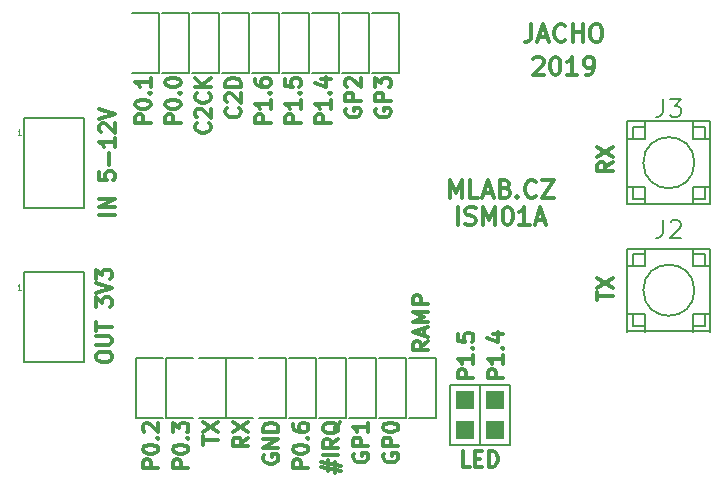
<source format=gbr>
%TF.GenerationSoftware,KiCad,Pcbnew,6.0.4-6f826c9f35~116~ubuntu20.04.1*%
%TF.CreationDate,2023-02-13T09:55:55+00:00*%
%TF.ProjectId,ISM01A,49534d30-3141-42e6-9b69-6361645f7063,REV*%
%TF.SameCoordinates,Original*%
%TF.FileFunction,Legend,Top*%
%TF.FilePolarity,Positive*%
%FSLAX46Y46*%
G04 Gerber Fmt 4.6, Leading zero omitted, Abs format (unit mm)*
G04 Created by KiCad (PCBNEW 6.0.4-6f826c9f35~116~ubuntu20.04.1) date 2023-02-13 09:55:55*
%MOMM*%
%LPD*%
G01*
G04 APERTURE LIST*
%ADD10C,0.300000*%
%ADD11C,0.050000*%
%ADD12C,0.150000*%
%ADD13R,1.524000X1.524000*%
G04 APERTURE END LIST*
D10*
X16974285Y30009285D02*
X17036190Y29947380D01*
X17098095Y29761666D01*
X17098095Y29637857D01*
X17036190Y29452142D01*
X16912380Y29328333D01*
X16788571Y29266428D01*
X16540952Y29204523D01*
X16355238Y29204523D01*
X16107619Y29266428D01*
X15983809Y29328333D01*
X15860000Y29452142D01*
X15798095Y29637857D01*
X15798095Y29761666D01*
X15860000Y29947380D01*
X15921904Y30009285D01*
X15921904Y30504523D02*
X15860000Y30566428D01*
X15798095Y30690238D01*
X15798095Y30999761D01*
X15860000Y31123571D01*
X15921904Y31185476D01*
X16045714Y31247380D01*
X16169523Y31247380D01*
X16355238Y31185476D01*
X17098095Y30442619D01*
X17098095Y31247380D01*
X16974285Y32547380D02*
X17036190Y32485476D01*
X17098095Y32299761D01*
X17098095Y32175952D01*
X17036190Y31990238D01*
X16912380Y31866428D01*
X16788571Y31804523D01*
X16540952Y31742619D01*
X16355238Y31742619D01*
X16107619Y31804523D01*
X15983809Y31866428D01*
X15860000Y31990238D01*
X15798095Y32175952D01*
X15798095Y32299761D01*
X15860000Y32485476D01*
X15921904Y32547380D01*
X17098095Y33104523D02*
X15798095Y33104523D01*
X17098095Y33847380D02*
X16355238Y33290238D01*
X15798095Y33847380D02*
X16540952Y33104523D01*
X14558095Y30009285D02*
X13258095Y30009285D01*
X13258095Y30504523D01*
X13320000Y30628333D01*
X13381904Y30690238D01*
X13505714Y30752142D01*
X13691428Y30752142D01*
X13815238Y30690238D01*
X13877142Y30628333D01*
X13939047Y30504523D01*
X13939047Y30009285D01*
X13258095Y31556904D02*
X13258095Y31680714D01*
X13320000Y31804523D01*
X13381904Y31866428D01*
X13505714Y31928333D01*
X13753333Y31990238D01*
X14062857Y31990238D01*
X14310476Y31928333D01*
X14434285Y31866428D01*
X14496190Y31804523D01*
X14558095Y31680714D01*
X14558095Y31556904D01*
X14496190Y31433095D01*
X14434285Y31371190D01*
X14310476Y31309285D01*
X14062857Y31247380D01*
X13753333Y31247380D01*
X13505714Y31309285D01*
X13381904Y31371190D01*
X13320000Y31433095D01*
X13258095Y31556904D01*
X14434285Y32547380D02*
X14496190Y32609285D01*
X14558095Y32547380D01*
X14496190Y32485476D01*
X14434285Y32547380D01*
X14558095Y32547380D01*
X13258095Y33414047D02*
X13258095Y33537857D01*
X13320000Y33661666D01*
X13381904Y33723571D01*
X13505714Y33785476D01*
X13753333Y33847380D01*
X14062857Y33847380D01*
X14310476Y33785476D01*
X14434285Y33723571D01*
X14496190Y33661666D01*
X14558095Y33537857D01*
X14558095Y33414047D01*
X14496190Y33290238D01*
X14434285Y33228333D01*
X14310476Y33166428D01*
X14062857Y33104523D01*
X13753333Y33104523D01*
X13505714Y33166428D01*
X13381904Y33228333D01*
X13320000Y33290238D01*
X13258095Y33414047D01*
X12018095Y30009285D02*
X10718095Y30009285D01*
X10718095Y30504523D01*
X10780000Y30628333D01*
X10841904Y30690238D01*
X10965714Y30752142D01*
X11151428Y30752142D01*
X11275238Y30690238D01*
X11337142Y30628333D01*
X11399047Y30504523D01*
X11399047Y30009285D01*
X10718095Y31556904D02*
X10718095Y31680714D01*
X10780000Y31804523D01*
X10841904Y31866428D01*
X10965714Y31928333D01*
X11213333Y31990238D01*
X11522857Y31990238D01*
X11770476Y31928333D01*
X11894285Y31866428D01*
X11956190Y31804523D01*
X12018095Y31680714D01*
X12018095Y31556904D01*
X11956190Y31433095D01*
X11894285Y31371190D01*
X11770476Y31309285D01*
X11522857Y31247380D01*
X11213333Y31247380D01*
X10965714Y31309285D01*
X10841904Y31371190D01*
X10780000Y31433095D01*
X10718095Y31556904D01*
X11894285Y32547380D02*
X11956190Y32609285D01*
X12018095Y32547380D01*
X11956190Y32485476D01*
X11894285Y32547380D01*
X12018095Y32547380D01*
X12018095Y33847380D02*
X12018095Y33104523D01*
X12018095Y33475952D02*
X10718095Y33475952D01*
X10903809Y33352142D01*
X11027619Y33228333D01*
X11089523Y33104523D01*
X22178095Y30009285D02*
X20878095Y30009285D01*
X20878095Y30504523D01*
X20940000Y30628333D01*
X21001904Y30690238D01*
X21125714Y30752142D01*
X21311428Y30752142D01*
X21435238Y30690238D01*
X21497142Y30628333D01*
X21559047Y30504523D01*
X21559047Y30009285D01*
X22178095Y31990238D02*
X22178095Y31247380D01*
X22178095Y31618809D02*
X20878095Y31618809D01*
X21063809Y31495000D01*
X21187619Y31371190D01*
X21249523Y31247380D01*
X22054285Y32547380D02*
X22116190Y32609285D01*
X22178095Y32547380D01*
X22116190Y32485476D01*
X22054285Y32547380D01*
X22178095Y32547380D01*
X20878095Y33723571D02*
X20878095Y33475952D01*
X20940000Y33352142D01*
X21001904Y33290238D01*
X21187619Y33166428D01*
X21435238Y33104523D01*
X21930476Y33104523D01*
X22054285Y33166428D01*
X22116190Y33228333D01*
X22178095Y33352142D01*
X22178095Y33599761D01*
X22116190Y33723571D01*
X22054285Y33785476D01*
X21930476Y33847380D01*
X21620952Y33847380D01*
X21497142Y33785476D01*
X21435238Y33723571D01*
X21373333Y33599761D01*
X21373333Y33352142D01*
X21435238Y33228333D01*
X21497142Y33166428D01*
X21620952Y33104523D01*
X24718095Y30009285D02*
X23418095Y30009285D01*
X23418095Y30504523D01*
X23480000Y30628333D01*
X23541904Y30690238D01*
X23665714Y30752142D01*
X23851428Y30752142D01*
X23975238Y30690238D01*
X24037142Y30628333D01*
X24099047Y30504523D01*
X24099047Y30009285D01*
X24718095Y31990238D02*
X24718095Y31247380D01*
X24718095Y31618809D02*
X23418095Y31618809D01*
X23603809Y31495000D01*
X23727619Y31371190D01*
X23789523Y31247380D01*
X24594285Y32547380D02*
X24656190Y32609285D01*
X24718095Y32547380D01*
X24656190Y32485476D01*
X24594285Y32547380D01*
X24718095Y32547380D01*
X23418095Y33785476D02*
X23418095Y33166428D01*
X24037142Y33104523D01*
X23975238Y33166428D01*
X23913333Y33290238D01*
X23913333Y33599761D01*
X23975238Y33723571D01*
X24037142Y33785476D01*
X24160952Y33847380D01*
X24470476Y33847380D01*
X24594285Y33785476D01*
X24656190Y33723571D01*
X24718095Y33599761D01*
X24718095Y33290238D01*
X24656190Y33166428D01*
X24594285Y33104523D01*
X27258095Y30009285D02*
X25958095Y30009285D01*
X25958095Y30504523D01*
X26020000Y30628333D01*
X26081904Y30690238D01*
X26205714Y30752142D01*
X26391428Y30752142D01*
X26515238Y30690238D01*
X26577142Y30628333D01*
X26639047Y30504523D01*
X26639047Y30009285D01*
X27258095Y31990238D02*
X27258095Y31247380D01*
X27258095Y31618809D02*
X25958095Y31618809D01*
X26143809Y31495000D01*
X26267619Y31371190D01*
X26329523Y31247380D01*
X27134285Y32547380D02*
X27196190Y32609285D01*
X27258095Y32547380D01*
X27196190Y32485476D01*
X27134285Y32547380D01*
X27258095Y32547380D01*
X26391428Y33723571D02*
X27258095Y33723571D01*
X25896190Y33414047D02*
X26824761Y33104523D01*
X26824761Y33909285D01*
X28560000Y31247380D02*
X28498095Y31123571D01*
X28498095Y30937857D01*
X28560000Y30752142D01*
X28683809Y30628333D01*
X28807619Y30566428D01*
X29055238Y30504523D01*
X29240952Y30504523D01*
X29488571Y30566428D01*
X29612380Y30628333D01*
X29736190Y30752142D01*
X29798095Y30937857D01*
X29798095Y31061666D01*
X29736190Y31247380D01*
X29674285Y31309285D01*
X29240952Y31309285D01*
X29240952Y31061666D01*
X29798095Y31866428D02*
X28498095Y31866428D01*
X28498095Y32361666D01*
X28560000Y32485476D01*
X28621904Y32547380D01*
X28745714Y32609285D01*
X28931428Y32609285D01*
X29055238Y32547380D01*
X29117142Y32485476D01*
X29179047Y32361666D01*
X29179047Y31866428D01*
X28621904Y33104523D02*
X28560000Y33166428D01*
X28498095Y33290238D01*
X28498095Y33599761D01*
X28560000Y33723571D01*
X28621904Y33785476D01*
X28745714Y33847380D01*
X28869523Y33847380D01*
X29055238Y33785476D01*
X29798095Y33042619D01*
X29798095Y33847380D01*
X31100000Y31247380D02*
X31038095Y31123571D01*
X31038095Y30937857D01*
X31100000Y30752142D01*
X31223809Y30628333D01*
X31347619Y30566428D01*
X31595238Y30504523D01*
X31780952Y30504523D01*
X32028571Y30566428D01*
X32152380Y30628333D01*
X32276190Y30752142D01*
X32338095Y30937857D01*
X32338095Y31061666D01*
X32276190Y31247380D01*
X32214285Y31309285D01*
X31780952Y31309285D01*
X31780952Y31061666D01*
X32338095Y31866428D02*
X31038095Y31866428D01*
X31038095Y32361666D01*
X31100000Y32485476D01*
X31161904Y32547380D01*
X31285714Y32609285D01*
X31471428Y32609285D01*
X31595238Y32547380D01*
X31657142Y32485476D01*
X31719047Y32361666D01*
X31719047Y31866428D01*
X31038095Y33042619D02*
X31038095Y33847380D01*
X31533333Y33414047D01*
X31533333Y33599761D01*
X31595238Y33723571D01*
X31657142Y33785476D01*
X31780952Y33847380D01*
X32090476Y33847380D01*
X32214285Y33785476D01*
X32276190Y33723571D01*
X32338095Y33599761D01*
X32338095Y33228333D01*
X32276190Y33104523D01*
X32214285Y33042619D01*
X12653095Y799285D02*
X11353095Y799285D01*
X11353095Y1294523D01*
X11415000Y1418333D01*
X11476904Y1480238D01*
X11600714Y1542142D01*
X11786428Y1542142D01*
X11910238Y1480238D01*
X11972142Y1418333D01*
X12034047Y1294523D01*
X12034047Y799285D01*
X11353095Y2346904D02*
X11353095Y2470714D01*
X11415000Y2594523D01*
X11476904Y2656428D01*
X11600714Y2718333D01*
X11848333Y2780238D01*
X12157857Y2780238D01*
X12405476Y2718333D01*
X12529285Y2656428D01*
X12591190Y2594523D01*
X12653095Y2470714D01*
X12653095Y2346904D01*
X12591190Y2223095D01*
X12529285Y2161190D01*
X12405476Y2099285D01*
X12157857Y2037380D01*
X11848333Y2037380D01*
X11600714Y2099285D01*
X11476904Y2161190D01*
X11415000Y2223095D01*
X11353095Y2346904D01*
X12529285Y3337380D02*
X12591190Y3399285D01*
X12653095Y3337380D01*
X12591190Y3275476D01*
X12529285Y3337380D01*
X12653095Y3337380D01*
X11476904Y3894523D02*
X11415000Y3956428D01*
X11353095Y4080238D01*
X11353095Y4389761D01*
X11415000Y4513571D01*
X11476904Y4575476D01*
X11600714Y4637380D01*
X11724523Y4637380D01*
X11910238Y4575476D01*
X12653095Y3832619D01*
X12653095Y4637380D01*
X15193095Y799285D02*
X13893095Y799285D01*
X13893095Y1294523D01*
X13955000Y1418333D01*
X14016904Y1480238D01*
X14140714Y1542142D01*
X14326428Y1542142D01*
X14450238Y1480238D01*
X14512142Y1418333D01*
X14574047Y1294523D01*
X14574047Y799285D01*
X13893095Y2346904D02*
X13893095Y2470714D01*
X13955000Y2594523D01*
X14016904Y2656428D01*
X14140714Y2718333D01*
X14388333Y2780238D01*
X14697857Y2780238D01*
X14945476Y2718333D01*
X15069285Y2656428D01*
X15131190Y2594523D01*
X15193095Y2470714D01*
X15193095Y2346904D01*
X15131190Y2223095D01*
X15069285Y2161190D01*
X14945476Y2099285D01*
X14697857Y2037380D01*
X14388333Y2037380D01*
X14140714Y2099285D01*
X14016904Y2161190D01*
X13955000Y2223095D01*
X13893095Y2346904D01*
X15069285Y3337380D02*
X15131190Y3399285D01*
X15193095Y3337380D01*
X15131190Y3275476D01*
X15069285Y3337380D01*
X15193095Y3337380D01*
X13893095Y3832619D02*
X13893095Y4637380D01*
X14388333Y4204047D01*
X14388333Y4389761D01*
X14450238Y4513571D01*
X14512142Y4575476D01*
X14635952Y4637380D01*
X14945476Y4637380D01*
X15069285Y4575476D01*
X15131190Y4513571D01*
X15193095Y4389761D01*
X15193095Y4018333D01*
X15131190Y3894523D01*
X15069285Y3832619D01*
X16433095Y2780238D02*
X16433095Y3523095D01*
X17733095Y3151666D02*
X16433095Y3151666D01*
X16433095Y3832619D02*
X17733095Y4699285D01*
X16433095Y4699285D02*
X17733095Y3832619D01*
X20273095Y3399285D02*
X19654047Y2965952D01*
X20273095Y2656428D02*
X18973095Y2656428D01*
X18973095Y3151666D01*
X19035000Y3275476D01*
X19096904Y3337380D01*
X19220714Y3399285D01*
X19406428Y3399285D01*
X19530238Y3337380D01*
X19592142Y3275476D01*
X19654047Y3151666D01*
X19654047Y2656428D01*
X18973095Y3832619D02*
X20273095Y4699285D01*
X18973095Y4699285D02*
X20273095Y3832619D01*
X21575000Y1913571D02*
X21513095Y1789761D01*
X21513095Y1604047D01*
X21575000Y1418333D01*
X21698809Y1294523D01*
X21822619Y1232619D01*
X22070238Y1170714D01*
X22255952Y1170714D01*
X22503571Y1232619D01*
X22627380Y1294523D01*
X22751190Y1418333D01*
X22813095Y1604047D01*
X22813095Y1727857D01*
X22751190Y1913571D01*
X22689285Y1975476D01*
X22255952Y1975476D01*
X22255952Y1727857D01*
X22813095Y2532619D02*
X21513095Y2532619D01*
X22813095Y3275476D01*
X21513095Y3275476D01*
X22813095Y3894523D02*
X21513095Y3894523D01*
X21513095Y4204047D01*
X21575000Y4389761D01*
X21698809Y4513571D01*
X21822619Y4575476D01*
X22070238Y4637380D01*
X22255952Y4637380D01*
X22503571Y4575476D01*
X22627380Y4513571D01*
X22751190Y4389761D01*
X22813095Y4204047D01*
X22813095Y3894523D01*
X25353095Y799285D02*
X24053095Y799285D01*
X24053095Y1294523D01*
X24115000Y1418333D01*
X24176904Y1480238D01*
X24300714Y1542142D01*
X24486428Y1542142D01*
X24610238Y1480238D01*
X24672142Y1418333D01*
X24734047Y1294523D01*
X24734047Y799285D01*
X24053095Y2346904D02*
X24053095Y2470714D01*
X24115000Y2594523D01*
X24176904Y2656428D01*
X24300714Y2718333D01*
X24548333Y2780238D01*
X24857857Y2780238D01*
X25105476Y2718333D01*
X25229285Y2656428D01*
X25291190Y2594523D01*
X25353095Y2470714D01*
X25353095Y2346904D01*
X25291190Y2223095D01*
X25229285Y2161190D01*
X25105476Y2099285D01*
X24857857Y2037380D01*
X24548333Y2037380D01*
X24300714Y2099285D01*
X24176904Y2161190D01*
X24115000Y2223095D01*
X24053095Y2346904D01*
X25229285Y3337380D02*
X25291190Y3399285D01*
X25353095Y3337380D01*
X25291190Y3275476D01*
X25229285Y3337380D01*
X25353095Y3337380D01*
X24053095Y4513571D02*
X24053095Y4265952D01*
X24115000Y4142142D01*
X24176904Y4080238D01*
X24362619Y3956428D01*
X24610238Y3894523D01*
X25105476Y3894523D01*
X25229285Y3956428D01*
X25291190Y4018333D01*
X25353095Y4142142D01*
X25353095Y4389761D01*
X25291190Y4513571D01*
X25229285Y4575476D01*
X25105476Y4637380D01*
X24795952Y4637380D01*
X24672142Y4575476D01*
X24610238Y4513571D01*
X24548333Y4389761D01*
X24548333Y4142142D01*
X24610238Y4018333D01*
X24672142Y3956428D01*
X24795952Y3894523D01*
X27026428Y551666D02*
X27026428Y1480238D01*
X26469285Y923095D02*
X28140714Y551666D01*
X27583571Y1356428D02*
X27583571Y427857D01*
X28140714Y985000D02*
X26469285Y1356428D01*
X27893095Y1913571D02*
X26593095Y1913571D01*
X27893095Y3275476D02*
X27274047Y2842142D01*
X27893095Y2532619D02*
X26593095Y2532619D01*
X26593095Y3027857D01*
X26655000Y3151666D01*
X26716904Y3213571D01*
X26840714Y3275476D01*
X27026428Y3275476D01*
X27150238Y3213571D01*
X27212142Y3151666D01*
X27274047Y3027857D01*
X27274047Y2532619D01*
X28016904Y4699285D02*
X27955000Y4575476D01*
X27831190Y4451666D01*
X27645476Y4265952D01*
X27583571Y4142142D01*
X27583571Y4018333D01*
X27893095Y4080238D02*
X27831190Y3956428D01*
X27707380Y3832619D01*
X27459761Y3770714D01*
X27026428Y3770714D01*
X26778809Y3832619D01*
X26655000Y3956428D01*
X26593095Y4080238D01*
X26593095Y4327857D01*
X26655000Y4451666D01*
X26778809Y4575476D01*
X27026428Y4637380D01*
X27459761Y4637380D01*
X27707380Y4575476D01*
X27831190Y4451666D01*
X27893095Y4327857D01*
X27893095Y4080238D01*
X29195000Y2037380D02*
X29133095Y1913571D01*
X29133095Y1727857D01*
X29195000Y1542142D01*
X29318809Y1418333D01*
X29442619Y1356428D01*
X29690238Y1294523D01*
X29875952Y1294523D01*
X30123571Y1356428D01*
X30247380Y1418333D01*
X30371190Y1542142D01*
X30433095Y1727857D01*
X30433095Y1851666D01*
X30371190Y2037380D01*
X30309285Y2099285D01*
X29875952Y2099285D01*
X29875952Y1851666D01*
X30433095Y2656428D02*
X29133095Y2656428D01*
X29133095Y3151666D01*
X29195000Y3275476D01*
X29256904Y3337380D01*
X29380714Y3399285D01*
X29566428Y3399285D01*
X29690238Y3337380D01*
X29752142Y3275476D01*
X29814047Y3151666D01*
X29814047Y2656428D01*
X30433095Y4637380D02*
X30433095Y3894523D01*
X30433095Y4265952D02*
X29133095Y4265952D01*
X29318809Y4142142D01*
X29442619Y4018333D01*
X29504523Y3894523D01*
X35513095Y11532380D02*
X34894047Y11099047D01*
X35513095Y10789523D02*
X34213095Y10789523D01*
X34213095Y11284761D01*
X34275000Y11408571D01*
X34336904Y11470476D01*
X34460714Y11532380D01*
X34646428Y11532380D01*
X34770238Y11470476D01*
X34832142Y11408571D01*
X34894047Y11284761D01*
X34894047Y10789523D01*
X35141666Y12027619D02*
X35141666Y12646666D01*
X35513095Y11903809D02*
X34213095Y12337142D01*
X35513095Y12770476D01*
X35513095Y13203809D02*
X34213095Y13203809D01*
X35141666Y13637142D01*
X34213095Y14070476D01*
X35513095Y14070476D01*
X35513095Y14689523D02*
X34213095Y14689523D01*
X34213095Y15184761D01*
X34275000Y15308571D01*
X34336904Y15370476D01*
X34460714Y15432380D01*
X34646428Y15432380D01*
X34770238Y15370476D01*
X34832142Y15308571D01*
X34894047Y15184761D01*
X34894047Y14689523D01*
X31735000Y2037380D02*
X31673095Y1913571D01*
X31673095Y1727857D01*
X31735000Y1542142D01*
X31858809Y1418333D01*
X31982619Y1356428D01*
X32230238Y1294523D01*
X32415952Y1294523D01*
X32663571Y1356428D01*
X32787380Y1418333D01*
X32911190Y1542142D01*
X32973095Y1727857D01*
X32973095Y1851666D01*
X32911190Y2037380D01*
X32849285Y2099285D01*
X32415952Y2099285D01*
X32415952Y1851666D01*
X32973095Y2656428D02*
X31673095Y2656428D01*
X31673095Y3151666D01*
X31735000Y3275476D01*
X31796904Y3337380D01*
X31920714Y3399285D01*
X32106428Y3399285D01*
X32230238Y3337380D01*
X32292142Y3275476D01*
X32354047Y3151666D01*
X32354047Y2656428D01*
X31673095Y4204047D02*
X31673095Y4327857D01*
X31735000Y4451666D01*
X31796904Y4513571D01*
X31920714Y4575476D01*
X32168333Y4637380D01*
X32477857Y4637380D01*
X32725476Y4575476D01*
X32849285Y4513571D01*
X32911190Y4451666D01*
X32973095Y4327857D01*
X32973095Y4204047D01*
X32911190Y4080238D01*
X32849285Y4018333D01*
X32725476Y3956428D01*
X32477857Y3894523D01*
X32168333Y3894523D01*
X31920714Y3956428D01*
X31796904Y4018333D01*
X31735000Y4080238D01*
X31673095Y4204047D01*
X41863095Y8419285D02*
X40563095Y8419285D01*
X40563095Y8914523D01*
X40625000Y9038333D01*
X40686904Y9100238D01*
X40810714Y9162142D01*
X40996428Y9162142D01*
X41120238Y9100238D01*
X41182142Y9038333D01*
X41244047Y8914523D01*
X41244047Y8419285D01*
X41863095Y10400238D02*
X41863095Y9657380D01*
X41863095Y10028809D02*
X40563095Y10028809D01*
X40748809Y9905000D01*
X40872619Y9781190D01*
X40934523Y9657380D01*
X41739285Y10957380D02*
X41801190Y11019285D01*
X41863095Y10957380D01*
X41801190Y10895476D01*
X41739285Y10957380D01*
X41863095Y10957380D01*
X40996428Y12133571D02*
X41863095Y12133571D01*
X40501190Y11824047D02*
X41429761Y11514523D01*
X41429761Y12319285D01*
X39323095Y8419285D02*
X38023095Y8419285D01*
X38023095Y8914523D01*
X38085000Y9038333D01*
X38146904Y9100238D01*
X38270714Y9162142D01*
X38456428Y9162142D01*
X38580238Y9100238D01*
X38642142Y9038333D01*
X38704047Y8914523D01*
X38704047Y8419285D01*
X39323095Y10400238D02*
X39323095Y9657380D01*
X39323095Y10028809D02*
X38023095Y10028809D01*
X38208809Y9905000D01*
X38332619Y9781190D01*
X38394523Y9657380D01*
X39199285Y10957380D02*
X39261190Y11019285D01*
X39323095Y10957380D01*
X39261190Y10895476D01*
X39199285Y10957380D01*
X39323095Y10957380D01*
X38023095Y12195476D02*
X38023095Y11576428D01*
X38642142Y11514523D01*
X38580238Y11576428D01*
X38518333Y11700238D01*
X38518333Y12009761D01*
X38580238Y12133571D01*
X38642142Y12195476D01*
X38765952Y12257380D01*
X39075476Y12257380D01*
X39199285Y12195476D01*
X39261190Y12133571D01*
X39323095Y12009761D01*
X39323095Y11700238D01*
X39261190Y11576428D01*
X39199285Y11514523D01*
X39042285Y935904D02*
X38423238Y935904D01*
X38423238Y2235904D01*
X39475619Y1616857D02*
X39908952Y1616857D01*
X40094666Y935904D02*
X39475619Y935904D01*
X39475619Y2235904D01*
X40094666Y2235904D01*
X40651809Y935904D02*
X40651809Y2235904D01*
X40961333Y2235904D01*
X41147047Y2174000D01*
X41270857Y2050190D01*
X41332761Y1926380D01*
X41394666Y1678761D01*
X41394666Y1493047D01*
X41332761Y1245428D01*
X41270857Y1121619D01*
X41147047Y997809D01*
X40961333Y935904D01*
X40651809Y935904D01*
X8970095Y22274761D02*
X7670095Y22274761D01*
X8970095Y22893809D02*
X7670095Y22893809D01*
X8970095Y23636666D01*
X7670095Y23636666D01*
X7670095Y25865238D02*
X7670095Y25246190D01*
X8289142Y25184285D01*
X8227238Y25246190D01*
X8165333Y25370000D01*
X8165333Y25679523D01*
X8227238Y25803333D01*
X8289142Y25865238D01*
X8412952Y25927142D01*
X8722476Y25927142D01*
X8846285Y25865238D01*
X8908190Y25803333D01*
X8970095Y25679523D01*
X8970095Y25370000D01*
X8908190Y25246190D01*
X8846285Y25184285D01*
X8474857Y26484285D02*
X8474857Y27474761D01*
X8970095Y28774761D02*
X8970095Y28031904D01*
X8970095Y28403333D02*
X7670095Y28403333D01*
X7855809Y28279523D01*
X7979619Y28155714D01*
X8041523Y28031904D01*
X7793904Y29270000D02*
X7732000Y29331904D01*
X7670095Y29455714D01*
X7670095Y29765238D01*
X7732000Y29889047D01*
X7793904Y29950952D01*
X7917714Y30012857D01*
X8041523Y30012857D01*
X8227238Y29950952D01*
X8970095Y29208095D01*
X8970095Y30012857D01*
X7670095Y30384285D02*
X8970095Y30817619D01*
X7670095Y31250952D01*
X7416095Y10125523D02*
X7416095Y10373142D01*
X7478000Y10496952D01*
X7601809Y10620761D01*
X7849428Y10682666D01*
X8282761Y10682666D01*
X8530380Y10620761D01*
X8654190Y10496952D01*
X8716095Y10373142D01*
X8716095Y10125523D01*
X8654190Y10001714D01*
X8530380Y9877904D01*
X8282761Y9816000D01*
X7849428Y9816000D01*
X7601809Y9877904D01*
X7478000Y10001714D01*
X7416095Y10125523D01*
X7416095Y11239809D02*
X8468476Y11239809D01*
X8592285Y11301714D01*
X8654190Y11363619D01*
X8716095Y11487428D01*
X8716095Y11735047D01*
X8654190Y11858857D01*
X8592285Y11920761D01*
X8468476Y11982666D01*
X7416095Y11982666D01*
X7416095Y12416000D02*
X7416095Y13158857D01*
X8716095Y12787428D02*
X7416095Y12787428D01*
X7416095Y14458857D02*
X7416095Y15263619D01*
X7911333Y14830285D01*
X7911333Y15016000D01*
X7973238Y15139809D01*
X8035142Y15201714D01*
X8158952Y15263619D01*
X8468476Y15263619D01*
X8592285Y15201714D01*
X8654190Y15139809D01*
X8716095Y15016000D01*
X8716095Y14644571D01*
X8654190Y14520761D01*
X8592285Y14458857D01*
X7416095Y15635047D02*
X8716095Y16068380D01*
X7416095Y16501714D01*
X7416095Y16811238D02*
X7416095Y17616000D01*
X7911333Y17182666D01*
X7911333Y17368380D01*
X7973238Y17492190D01*
X8035142Y17554095D01*
X8158952Y17616000D01*
X8468476Y17616000D01*
X8592285Y17554095D01*
X8654190Y17492190D01*
X8716095Y17368380D01*
X8716095Y16996952D01*
X8654190Y16873142D01*
X8592285Y16811238D01*
X51134095Y26707333D02*
X50515047Y26274000D01*
X51134095Y25964476D02*
X49834095Y25964476D01*
X49834095Y26459714D01*
X49896000Y26583523D01*
X49957904Y26645428D01*
X50081714Y26707333D01*
X50267428Y26707333D01*
X50391238Y26645428D01*
X50453142Y26583523D01*
X50515047Y26459714D01*
X50515047Y25964476D01*
X49834095Y27140666D02*
X51134095Y28007333D01*
X49834095Y28007333D02*
X51134095Y27140666D01*
X49834095Y15011523D02*
X49834095Y15754380D01*
X51134095Y15382952D02*
X49834095Y15382952D01*
X49834095Y16063904D02*
X51134095Y16930571D01*
X49834095Y16930571D02*
X51134095Y16063904D01*
X38013142Y21419428D02*
X38013142Y22919428D01*
X38656000Y21490857D02*
X38870285Y21419428D01*
X39227428Y21419428D01*
X39370285Y21490857D01*
X39441714Y21562285D01*
X39513142Y21705142D01*
X39513142Y21848000D01*
X39441714Y21990857D01*
X39370285Y22062285D01*
X39227428Y22133714D01*
X38941714Y22205142D01*
X38798857Y22276571D01*
X38727428Y22348000D01*
X38656000Y22490857D01*
X38656000Y22633714D01*
X38727428Y22776571D01*
X38798857Y22848000D01*
X38941714Y22919428D01*
X39298857Y22919428D01*
X39513142Y22848000D01*
X40156000Y21419428D02*
X40156000Y22919428D01*
X40656000Y21848000D01*
X41156000Y22919428D01*
X41156000Y21419428D01*
X42156000Y22919428D02*
X42298857Y22919428D01*
X42441714Y22848000D01*
X42513142Y22776571D01*
X42584571Y22633714D01*
X42656000Y22348000D01*
X42656000Y21990857D01*
X42584571Y21705142D01*
X42513142Y21562285D01*
X42441714Y21490857D01*
X42298857Y21419428D01*
X42156000Y21419428D01*
X42013142Y21490857D01*
X41941714Y21562285D01*
X41870285Y21705142D01*
X41798857Y21990857D01*
X41798857Y22348000D01*
X41870285Y22633714D01*
X41941714Y22776571D01*
X42013142Y22848000D01*
X42156000Y22919428D01*
X44084571Y21419428D02*
X43227428Y21419428D01*
X43656000Y21419428D02*
X43656000Y22919428D01*
X43513142Y22705142D01*
X43370285Y22562285D01*
X43227428Y22490857D01*
X44656000Y21848000D02*
X45370285Y21848000D01*
X44513142Y21419428D02*
X45013142Y22919428D01*
X45513142Y21419428D01*
X44418571Y35476571D02*
X44490000Y35548000D01*
X44632857Y35619428D01*
X44990000Y35619428D01*
X45132857Y35548000D01*
X45204285Y35476571D01*
X45275714Y35333714D01*
X45275714Y35190857D01*
X45204285Y34976571D01*
X44347142Y34119428D01*
X45275714Y34119428D01*
X46204285Y35619428D02*
X46347142Y35619428D01*
X46490000Y35548000D01*
X46561428Y35476571D01*
X46632857Y35333714D01*
X46704285Y35048000D01*
X46704285Y34690857D01*
X46632857Y34405142D01*
X46561428Y34262285D01*
X46490000Y34190857D01*
X46347142Y34119428D01*
X46204285Y34119428D01*
X46061428Y34190857D01*
X45990000Y34262285D01*
X45918571Y34405142D01*
X45847142Y34690857D01*
X45847142Y35048000D01*
X45918571Y35333714D01*
X45990000Y35476571D01*
X46061428Y35548000D01*
X46204285Y35619428D01*
X48132857Y34119428D02*
X47275714Y34119428D01*
X47704285Y34119428D02*
X47704285Y35619428D01*
X47561428Y35405142D01*
X47418571Y35262285D01*
X47275714Y35190857D01*
X48847142Y34119428D02*
X49132857Y34119428D01*
X49275714Y34190857D01*
X49347142Y34262285D01*
X49490000Y34476571D01*
X49561428Y34762285D01*
X49561428Y35333714D01*
X49490000Y35476571D01*
X49418571Y35548000D01*
X49275714Y35619428D01*
X48990000Y35619428D01*
X48847142Y35548000D01*
X48775714Y35476571D01*
X48704285Y35333714D01*
X48704285Y34976571D01*
X48775714Y34833714D01*
X48847142Y34762285D01*
X48990000Y34690857D01*
X49275714Y34690857D01*
X49418571Y34762285D01*
X49490000Y34833714D01*
X49561428Y34976571D01*
X44240000Y38413428D02*
X44240000Y37342000D01*
X44168571Y37127714D01*
X44025714Y36984857D01*
X43811428Y36913428D01*
X43668571Y36913428D01*
X44882857Y37342000D02*
X45597142Y37342000D01*
X44740000Y36913428D02*
X45240000Y38413428D01*
X45740000Y36913428D01*
X47097142Y37056285D02*
X47025714Y36984857D01*
X46811428Y36913428D01*
X46668571Y36913428D01*
X46454285Y36984857D01*
X46311428Y37127714D01*
X46240000Y37270571D01*
X46168571Y37556285D01*
X46168571Y37770571D01*
X46240000Y38056285D01*
X46311428Y38199142D01*
X46454285Y38342000D01*
X46668571Y38413428D01*
X46811428Y38413428D01*
X47025714Y38342000D01*
X47097142Y38270571D01*
X47740000Y36913428D02*
X47740000Y38413428D01*
X47740000Y37699142D02*
X48597142Y37699142D01*
X48597142Y36913428D02*
X48597142Y38413428D01*
X49597142Y38413428D02*
X49882857Y38413428D01*
X50025714Y38342000D01*
X50168571Y38199142D01*
X50240000Y37913428D01*
X50240000Y37413428D01*
X50168571Y37127714D01*
X50025714Y36984857D01*
X49882857Y36913428D01*
X49597142Y36913428D01*
X49454285Y36984857D01*
X49311428Y37127714D01*
X49240000Y37413428D01*
X49240000Y37913428D01*
X49311428Y38199142D01*
X49454285Y38342000D01*
X49597142Y38413428D01*
X37334571Y23705428D02*
X37334571Y25205428D01*
X37834571Y24134000D01*
X38334571Y25205428D01*
X38334571Y23705428D01*
X39763142Y23705428D02*
X39048857Y23705428D01*
X39048857Y25205428D01*
X40191714Y24134000D02*
X40906000Y24134000D01*
X40048857Y23705428D02*
X40548857Y25205428D01*
X41048857Y23705428D01*
X42048857Y24491142D02*
X42263142Y24419714D01*
X42334571Y24348285D01*
X42406000Y24205428D01*
X42406000Y23991142D01*
X42334571Y23848285D01*
X42263142Y23776857D01*
X42120285Y23705428D01*
X41548857Y23705428D01*
X41548857Y25205428D01*
X42048857Y25205428D01*
X42191714Y25134000D01*
X42263142Y25062571D01*
X42334571Y24919714D01*
X42334571Y24776857D01*
X42263142Y24634000D01*
X42191714Y24562571D01*
X42048857Y24491142D01*
X41548857Y24491142D01*
X43048857Y23848285D02*
X43120285Y23776857D01*
X43048857Y23705428D01*
X42977428Y23776857D01*
X43048857Y23848285D01*
X43048857Y23705428D01*
X44620285Y23848285D02*
X44548857Y23776857D01*
X44334571Y23705428D01*
X44191714Y23705428D01*
X43977428Y23776857D01*
X43834571Y23919714D01*
X43763142Y24062571D01*
X43691714Y24348285D01*
X43691714Y24562571D01*
X43763142Y24848285D01*
X43834571Y24991142D01*
X43977428Y25134000D01*
X44191714Y25205428D01*
X44334571Y25205428D01*
X44548857Y25134000D01*
X44620285Y25062571D01*
X45120285Y25205428D02*
X46120285Y25205428D01*
X45120285Y23705428D01*
X46120285Y23705428D01*
X19514285Y31309285D02*
X19576190Y31247380D01*
X19638095Y31061666D01*
X19638095Y30937857D01*
X19576190Y30752142D01*
X19452380Y30628333D01*
X19328571Y30566428D01*
X19080952Y30504523D01*
X18895238Y30504523D01*
X18647619Y30566428D01*
X18523809Y30628333D01*
X18400000Y30752142D01*
X18338095Y30937857D01*
X18338095Y31061666D01*
X18400000Y31247380D01*
X18461904Y31309285D01*
X18461904Y31804523D02*
X18400000Y31866428D01*
X18338095Y31990238D01*
X18338095Y32299761D01*
X18400000Y32423571D01*
X18461904Y32485476D01*
X18585714Y32547380D01*
X18709523Y32547380D01*
X18895238Y32485476D01*
X19638095Y31742619D01*
X19638095Y32547380D01*
X19638095Y33104523D02*
X18338095Y33104523D01*
X18338095Y33414047D01*
X18400000Y33599761D01*
X18523809Y33723571D01*
X18647619Y33785476D01*
X18895238Y33847380D01*
X19080952Y33847380D01*
X19328571Y33785476D01*
X19452380Y33723571D01*
X19576190Y33599761D01*
X19638095Y33414047D01*
X19638095Y33104523D01*
D11*
%TO.C,J1*%
X1031857Y28983809D02*
X746142Y28983809D01*
X889000Y28983809D02*
X889000Y29483809D01*
X841380Y29412380D01*
X793761Y29364761D01*
X746142Y29340952D01*
%TO.C,J4*%
X1031857Y15902809D02*
X746142Y15902809D01*
X889000Y15902809D02*
X889000Y16402809D01*
X841380Y16331380D01*
X793761Y16283761D01*
X746142Y16259952D01*
D12*
%TO.C,J3*%
X55380000Y32063428D02*
X55380000Y30992000D01*
X55308571Y30777714D01*
X55165714Y30634857D01*
X54951428Y30563428D01*
X54808571Y30563428D01*
X55951428Y32063428D02*
X56880000Y32063428D01*
X56380000Y31492000D01*
X56594285Y31492000D01*
X56737142Y31420571D01*
X56808571Y31349142D01*
X56880000Y31206285D01*
X56880000Y30849142D01*
X56808571Y30706285D01*
X56737142Y30634857D01*
X56594285Y30563428D01*
X56165714Y30563428D01*
X56022857Y30634857D01*
X55951428Y30706285D01*
%TO.C,J2*%
X55380000Y21796428D02*
X55380000Y20725000D01*
X55308571Y20510714D01*
X55165714Y20367857D01*
X54951428Y20296428D01*
X54808571Y20296428D01*
X56022857Y21653571D02*
X56094285Y21725000D01*
X56237142Y21796428D01*
X56594285Y21796428D01*
X56737142Y21725000D01*
X56808571Y21653571D01*
X56880000Y21510714D01*
X56880000Y21367857D01*
X56808571Y21153571D01*
X55951428Y20296428D01*
X56880000Y20296428D01*
%TO.C,J17*%
X33909000Y10160000D02*
X36195000Y10160000D01*
X36195000Y5080000D02*
X33909000Y5080000D01*
X36195000Y10160000D02*
X36195000Y5080000D01*
%TO.C,J24*%
X42418000Y2794000D02*
X39878000Y2794000D01*
X42418000Y7874000D02*
X42418000Y2794000D01*
X39878000Y2794000D02*
X39878000Y7874000D01*
X39878000Y7874000D02*
X42418000Y7874000D01*
%TO.C,J25*%
X39878000Y2794000D02*
X37338000Y2794000D01*
X39878000Y7874000D02*
X39878000Y2794000D01*
X37338000Y7874000D02*
X39878000Y7874000D01*
X37338000Y2794000D02*
X37338000Y7874000D01*
%TO.C,J1*%
X1270000Y30480000D02*
X6350000Y30480000D01*
X6350000Y30480000D02*
X6350000Y22860000D01*
X1270000Y22860000D02*
X1270000Y30480000D01*
X6350000Y22860000D02*
X1270000Y22860000D01*
%TO.C,J4*%
X1270000Y17399000D02*
X6350000Y17399000D01*
X1270000Y9779000D02*
X1270000Y17399000D01*
X6350000Y17399000D02*
X6350000Y9779000D01*
X6350000Y9779000D02*
X1270000Y9779000D01*
%TO.C,J10*%
X23749000Y10160000D02*
X26035000Y10160000D01*
X26035000Y10160000D02*
X26035000Y5080000D01*
X26035000Y5080000D02*
X23749000Y5080000D01*
%TO.C,J11*%
X18415000Y5080000D02*
X18415000Y10160000D01*
X18415000Y10160000D02*
X20701000Y10160000D01*
X20701000Y5080000D02*
X18415000Y5080000D01*
%TO.C,J12*%
X16129000Y10160000D02*
X18415000Y10160000D01*
X18415000Y10160000D02*
X18415000Y5080000D01*
X18415000Y5080000D02*
X16129000Y5080000D01*
%TO.C,J13*%
X15621000Y5080000D02*
X13335000Y5080000D01*
X13335000Y10160000D02*
X15621000Y10160000D01*
X13335000Y5080000D02*
X13335000Y10160000D01*
%TO.C,J14*%
X10795000Y5080000D02*
X10795000Y10160000D01*
X10795000Y10160000D02*
X13081000Y10160000D01*
X13081000Y5080000D02*
X10795000Y5080000D01*
%TO.C,J19*%
X28575000Y5080000D02*
X26289000Y5080000D01*
X26289000Y10160000D02*
X28575000Y10160000D01*
X28575000Y10160000D02*
X28575000Y5080000D01*
%TO.C,J20*%
X31369000Y10160000D02*
X33655000Y10160000D01*
X33655000Y10160000D02*
X33655000Y5080000D01*
X33655000Y5080000D02*
X31369000Y5080000D01*
%TO.C,J21*%
X28829000Y10160000D02*
X31115000Y10160000D01*
X31115000Y10160000D02*
X31115000Y5080000D01*
X31115000Y5080000D02*
X28829000Y5080000D01*
%TO.C,J3*%
X52830000Y23620000D02*
X52830000Y24640000D01*
X57910000Y23620000D02*
X58930000Y23620000D01*
X57910000Y24640000D02*
X59380000Y24640000D01*
X53850000Y28700000D02*
X52380000Y28700000D01*
X53850000Y23620000D02*
X52830000Y23620000D01*
X52380000Y30170000D02*
X52380000Y23170000D01*
X57910000Y28700000D02*
X59380000Y28700000D01*
X58930000Y29720000D02*
X57910000Y29720000D01*
X57910000Y30170000D02*
X57910000Y28700000D01*
X57910000Y23170000D02*
X57910000Y24640000D01*
X58930000Y23620000D02*
X58930000Y24640000D01*
X58930000Y29720000D02*
X58930000Y28700000D01*
X59380000Y30170000D02*
X52380000Y30170000D01*
X53850000Y24640000D02*
X53850000Y23170000D01*
X52380000Y24640000D02*
X53850000Y24640000D01*
X53850000Y29720000D02*
X52830000Y29720000D01*
X53850000Y30170000D02*
X53850000Y28700000D01*
X52380000Y23195400D02*
X59380000Y23195400D01*
X52830000Y29720000D02*
X52830000Y28700000D01*
X59380000Y23170000D02*
X59380000Y30170000D01*
X58042799Y26670000D02*
G75*
G03*
X58042799Y26670000I-2162799J0D01*
G01*
%TO.C,J26*%
X23495000Y10160000D02*
X23495000Y5080000D01*
X21209000Y10160000D02*
X23495000Y10160000D01*
X23495000Y5080000D02*
X21209000Y5080000D01*
%TO.C,J8*%
X25400000Y34290000D02*
X23114000Y34290000D01*
X25400000Y39370000D02*
X25400000Y34290000D01*
X23114000Y39370000D02*
X25400000Y39370000D01*
%TO.C,J7*%
X22860000Y39370000D02*
X22860000Y34290000D01*
X22860000Y34290000D02*
X20574000Y34290000D01*
X20574000Y39370000D02*
X22860000Y39370000D01*
%TO.C,J6*%
X18034000Y39370000D02*
X20320000Y39370000D01*
X20320000Y39370000D02*
X20320000Y34290000D01*
X20320000Y34290000D02*
X18034000Y34290000D01*
%TO.C,J9*%
X27940000Y34290000D02*
X25654000Y34290000D01*
X27940000Y39370000D02*
X27940000Y34290000D01*
X25654000Y39370000D02*
X27940000Y39370000D01*
%TO.C,J18*%
X15494000Y39370000D02*
X17780000Y39370000D01*
X17780000Y34290000D02*
X15494000Y34290000D01*
X17780000Y39370000D02*
X17780000Y34290000D01*
%TO.C,J22*%
X30480000Y34290000D02*
X28194000Y34290000D01*
X28194000Y39370000D02*
X30480000Y39370000D01*
X30480000Y39370000D02*
X30480000Y34290000D01*
%TO.C,J16*%
X15240000Y34290000D02*
X12954000Y34290000D01*
X12954000Y39370000D02*
X15240000Y39370000D01*
X15240000Y39370000D02*
X15240000Y34290000D01*
%TO.C,J15*%
X12700000Y34290000D02*
X10414000Y34290000D01*
X10414000Y39370000D02*
X12700000Y39370000D01*
X12700000Y39370000D02*
X12700000Y34290000D01*
%TO.C,J23*%
X33020000Y39370000D02*
X33020000Y34290000D01*
X30734000Y39370000D02*
X33020000Y39370000D01*
X33020000Y34290000D02*
X30734000Y34290000D01*
%TO.C,J2*%
X57910000Y19375000D02*
X57910000Y17905000D01*
X53850000Y19375000D02*
X53850000Y17905000D01*
X59380000Y19375000D02*
X52380000Y19375000D01*
X58930000Y18925000D02*
X57910000Y18925000D01*
X59380000Y12375000D02*
X59380000Y19375000D01*
X53850000Y13845000D02*
X53850000Y12375000D01*
X58930000Y18925000D02*
X58930000Y17905000D01*
X52830000Y12825000D02*
X52830000Y13845000D01*
X57910000Y17905000D02*
X59380000Y17905000D01*
X53850000Y18925000D02*
X52830000Y18925000D01*
X57910000Y13845000D02*
X59380000Y13845000D01*
X57910000Y12375000D02*
X57910000Y13845000D01*
X53850000Y12825000D02*
X52830000Y12825000D01*
X52830000Y18925000D02*
X52830000Y17905000D01*
X53850000Y17905000D02*
X52380000Y17905000D01*
X52380000Y12400400D02*
X59380000Y12400400D01*
X58930000Y12825000D02*
X58930000Y13845000D01*
X52380000Y19375000D02*
X52380000Y12375000D01*
X57910000Y12825000D02*
X58930000Y12825000D01*
X52380000Y13845000D02*
X53850000Y13845000D01*
X58042799Y15875000D02*
G75*
G03*
X58042799Y15875000I-2162799J0D01*
G01*
%TD*%
D13*
%TO.C,J24*%
X41148000Y4064000D03*
X41148000Y6604000D03*
%TD*%
%TO.C,J25*%
X38608000Y4064000D03*
X38608000Y6604000D03*
%TD*%
M02*

</source>
